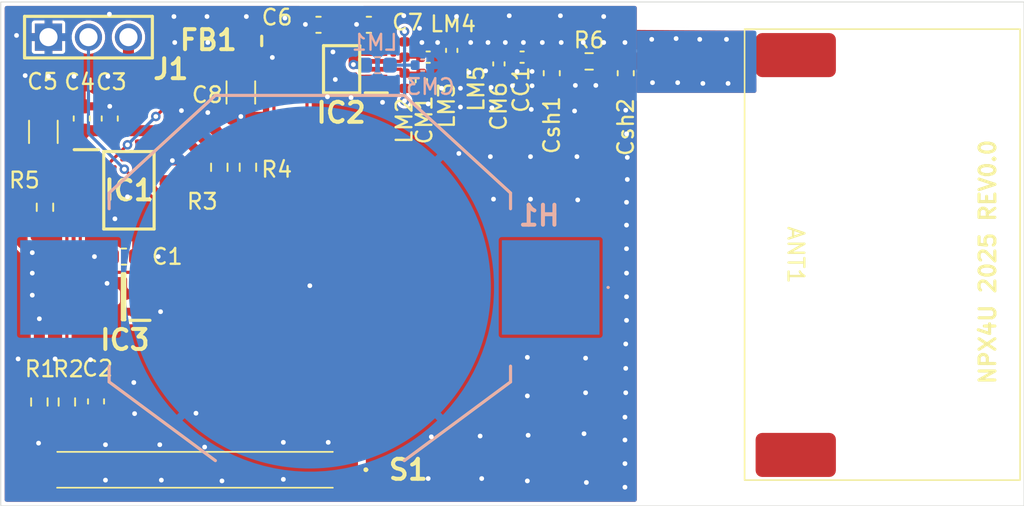
<source format=kicad_pcb>
(kicad_pcb (version 20241229) (generator "pcbnew") (generator_version "9.0")
  (title_block (title "Wireless Sensor") (date "2025-09-25") (rev "REV0.0") (company "NPX4U"))
  (layers (0 "F.Cu" signal) (2 "B.Cu" signal) (13 "F.Paste" user) (15 "B.Paste" user) (5 "F.SilkS" user "F.Silkscreen") (7 "B.SilkS" user "B.Silkscreen") (1 "F.Mask" user) (3 "B.Mask" user) (25 "Edge.Cuts" user))
  (net 0 "")
  (net 1 "GND")
  (net 2 "3.0V")
  (net 3 "UPDI")
  (net 4 "WND")
  (net 5 "SDA")
  (net 6 "SDN")
  (net 7 "LOW_BAT")
  (net 8 "SCL")
  (net 9 "TXP")
  (net 12 "TXM")
  (net 14 "Net-(R1-Pad1)")
  (net 16 "Net-(CC1-Pad1)")
  (net 17 "Net-(CC1-Pad2)")
  (net 18 "Net-(CM2-Pad1)")
  (net 19 "Net-(CM3-Pad1)")
  (net 20 "RF_VDD")
  (net 21 "Net-(ANT1-Pad1)")
  (net 22 "unconnected-(H1-+_1-Pad1)")
  (footprint "Capacitor_SMD:C_0402_1005Metric" (layer "F.Cu") (at 210.8164 130.6296 180)
    (property "Reference" "CC1" (at 0.0688 -2.06 270) (layer "F.SilkS"))
    (property "Value" "68pF" (hide yes))
    (pad "1" smd roundrect (at -0.48 0 180) (size 0.56 0.62) (layers "F.Cu" "F.Mask" "F.Paste") (net 16 "Net-(CC1-Pad1)"))
    (pad "2" smd roundrect (at 0.48 0 180) (size 0.56 0.62) (layers "F.Cu" "F.Mask" "F.Paste") (net 17 "Net-(CC1-Pad2)"))
  )
  (footprint "Capacitor_SMD:C_0603_1608Metric" (layer "F.Cu") (at 183.75 152.5 -90)
    (property "Reference" "C2" (at -2.1 -0.1 0) (layer "F.SilkS"))
    (property "Value" "100nF" (hide yes))
    (pad "1" smd roundrect (at -0.775 0 270) (size 0.9 0.95) (layers "F.Cu" "F.Mask" "F.Paste") (net 4 "WND"))
    (pad "2" smd roundrect (at 0.775 0 270) (size 0.9 0.95) (layers "F.Cu" "F.Mask" "F.Paste") (net 1 "GND"))
  )
  (footprint "MyParts:MASM14R810" (layer "F.Cu") (at 190.0402 156.8424 180)
    (property "Reference" "S1" (at -13.5494 0 0) (layer "F.SilkS") (effects (font (size 1.27 1.27) (thickness 0.254))))
    (property "Value" "MASM-14R-8-10" (hide yes))
    (pad "1" smd rect (at -8.825 0 270) (size 1.65 3.05) (layers "F.Cu" "F.Mask" "F.Paste") (net 1 "GND"))
    (pad "2" smd rect (at 8.825 0 270) (size 1.65 3.05) (layers "F.Cu" "F.Mask" "F.Paste") (net 14 "Net-(R1-Pad1)"))
  )
  (footprint "Capacitor_SMD:C_0603_1608Metric" (layer "F.Cu") (at 182.8436 134.5288 90)
    (property "Reference" "C4" (at 2.3244 -0.1328 180) (layer "F.SilkS"))
    (property "Value" "100nF" (hide yes))
    (pad "1" smd roundrect (at -0.775 0 90) (size 0.9 0.95) (layers "F.Cu" "F.Mask" "F.Paste") (net 2 "3.0V"))
    (pad "2" smd roundrect (at 0.775 0 90) (size 0.9 0.95) (layers "F.Cu" "F.Mask" "F.Paste") (net 1 "GND"))
  )
  (footprint "Inductor_SMD:L_0402_1005Metric" (layer "F.Cu") (at 203.3488 130.1446 -90)
    (property "Reference" "LM4" (at -1.6206 -3.0808 0) (layer "F.SilkS"))
    (property "Value" "3.6nH" (hide yes))
    (pad "1" smd roundrect (at -0.485 0 270) (size 0.59 0.64) (layers "F.Cu" "F.Mask" "F.Paste") (net 19 "Net-(CM3-Pad1)"))
    (pad "2" smd roundrect (at 0.485 0 270) (size 0.59 0.64) (layers "F.Cu" "F.Mask" "F.Paste") (net 9 "TXP"))
  )
  (footprint "Resistor_SMD:R_0603_1608Metric" (layer "F.Cu") (at 180.15 152.5366 90)
    (property "Reference" "R1" (at 2.095 0.05 180) (layer "F.SilkS"))
    (property "Value" "1M" (hide yes))
    (pad "1" smd roundrect (at -0.825 0 90) (size 0.8 0.95) (layers "F.Cu" "F.Mask" "F.Paste") (net 14 "Net-(R1-Pad1)"))
    (pad "2" smd roundrect (at 0.825 0 90) (size 0.8 0.95) (layers "F.Cu" "F.Mask" "F.Paste") (net 2 "3.0V"))
  )
  (footprint "Resistor_SMD:R_0603_1608Metric" (layer "F.Cu") (at 181.898 152.5366 -90)
    (property "Reference" "R2" (at -2.095 -0.1016 180) (layer "F.SilkS"))
    (property "Value" "100K" (hide yes))
    (pad "1" smd roundrect (at -0.825 0 270) (size 0.8 0.95) (layers "F.Cu" "F.Mask" "F.Paste") (net 4 "WND"))
    (pad "2" smd roundrect (at 0.825 0 270) (size 0.8 0.95) (layers "F.Cu" "F.Mask" "F.Paste") (net 14 "Net-(R1-Pad1)"))
  )
  (footprint "MyParts:BLM18SP221SN1B" (layer "F.Cu") (at 194.275 129.6 180)
    (property "Reference" "FB1" (at 3.389 0.0508 0) (layer "F.SilkS") (effects (font (size 1.27 1.27) (thickness 0.254))))
    (property "Value" "BLM18KG601SN1D" (hide yes))
    (pad "1" smd rect (at -0.675 0 180) (size 0.65 0.7) (layers "F.Cu" "F.Mask" "F.Paste") (net 20 "RF_VDD"))
    (pad "2" smd rect (at 0.675 0 180) (size 0.65 0.7) (layers "F.Cu" "F.Mask" "F.Paste") (net 2 "3.0V"))
  )
  (footprint "Inductor_SMD:L_0402_1005Metric" (layer "F.Cu") (at 205.9118 131.6964)
    (property "Reference" "LM3" (at 0.1114 2.0092 270) (layer "F.SilkS"))
    (property "Value" "30nH" (hide yes))
    (pad "1" smd roundrect (at -0.485 0) (size 0.59 0.64) (layers "F.Cu" "F.Mask" "F.Paste") (net 12 "TXM"))
    (pad "2" smd roundrect (at 0.485 0) (size 0.59 0.64) (layers "F.Cu" "F.Mask" "F.Paste") (net 18 "Net-(CM2-Pad1)"))
  )
  (footprint "MyParts:SOT95P237X112-3N" (layer "F.Cu") (at 185.5 145.85 180)
    (property "Reference" "IC3" (at -0.08 -2.744 0) (layer "F.SilkS") (effects (font (size 1.27 1.27) (thickness 0.254))))
    (property "Value" "TPS3839L30DBZR" (hide yes))
    (pad "1" smd rect (at -1.05 -0.95 270) (size 0.6 1.25) (layers "F.Cu" "F.Mask" "F.Paste") (net 1 "GND"))
    (pad "2" smd rect (at -1.05 0.95 270) (size 0.6 1.25) (layers "F.Cu" "F.Mask" "F.Paste") (net 7 "LOW_BAT"))
    (pad "3" smd rect (at 1.05 0 270) (size 0.6 1.25) (layers "F.Cu" "F.Mask" "F.Paste") (net 2 "3.0V"))
  )
  (footprint "Resistor_SMD:R_0603_1608Metric" (layer "F.Cu") (at 191.5812 137.6268 -90)
    (property "Reference" "R3" (at 2.1732 1.0812 180) (layer "F.SilkS"))
    (property "Value" "10K" (hide yes))
    (pad "1" smd roundrect (at -0.825 0 270) (size 0.8 0.95) (layers "F.Cu" "F.Mask" "F.Paste") (net 2 "3.0V"))
    (pad "2" smd roundrect (at 0.825 0 270) (size 0.8 0.95) (layers "F.Cu" "F.Mask" "F.Paste") (net 8 "SCL"))
  )
  (footprint "Capacitor_SMD:C_0402_1005Metric" (layer "F.Cu") (at 204.85 130.6296 180)
    (property "Reference" "CM2" (hide yes))
    (property "Value" "1.2pF" (hide yes))
    (pad "1" smd roundrect (at -0.48 0 180) (size 0.56 0.62) (layers "F.Cu" "F.Mask" "F.Paste") (net 18 "Net-(CM2-Pad1)"))
    (pad "2" smd roundrect (at 0.48 0 180) (size 0.56 0.62) (layers "F.Cu" "F.Mask" "F.Paste") (net 9 "TXP"))
  )
  (footprint "Capacitor_SMD:C_0603_1608Metric" (layer "F.Cu") (at 212.7 131.65 -90)
    (property "Reference" "Csh1" (at 3.3 0 270) (layer "F.SilkS"))
    (property "Value" "NC")
    (pad "1" smd roundrect (at -0.775 0 270) (size 0.9 0.95) (layers "F.Cu" "F.Mask" "F.Paste") (net 16 "Net-(CC1-Pad1)"))
    (pad "2" smd roundrect (at 0.775 0 270) (size 0.9 0.95) (layers "F.Cu" "F.Mask" "F.Paste") (net 1 "GND"))
  )
  (footprint "MyParts:SOIC127P600X175-8N" (layer "F.Cu") (at 185.8408 139.0878)
    (property "Reference" "IC1" (at 0 0 0) (layer "F.SilkS") (effects (font (size 1.27 1.27) (thickness 0.254))))
    (property "Value" "ATTINY202-SSN" (hide yes))
    (pad "1" smd rect (at -2.712 -1.905 90) (size 0.65 1.525) (layers "F.Cu" "F.Mask" "F.Paste") (net 2 "3.0V"))
    (pad "2" smd rect (at -2.712 -0.635 90) (size 0.65 1.525) (layers "F.Cu" "F.Mask" "F.Paste") (net 6 "SDN"))
    (pad "3" smd rect (at -2.712 0.635 90) (size 0.65 1.525) (layers "F.Cu" "F.Mask" "F.Paste") (net 4 "WND"))
    (pad "4" smd rect (at -2.712 1.905 90) (size 0.65 1.525) (layers "F.Cu" "F.Mask" "F.Paste") (net 7 "LOW_BAT"))
    (pad "5" smd rect (at 2.712 1.905 90) (size 0.65 1.525) (layers "F.Cu" "F.Mask" "F.Paste") (net 5 "SDA"))
    (pad "6" smd rect (at 2.712 0.635 90) (size 0.65 1.525) (layers "F.Cu" "F.Mask" "F.Paste") (net 3 "UPDI"))
    (pad "7" smd rect (at 2.712 -0.635 90) (size 0.65 1.525) (layers "F.Cu" "F.Mask" "F.Paste") (net 8 "SCL"))
    (pad "8" smd rect (at 2.712 -1.905 90) (size 0.65 1.525) (layers "F.Cu" "F.Mask" "F.Paste") (net 1 "GND"))
  )
  (footprint "Resistor_SMD:R_0603_1608Metric" (layer "F.Cu") (at 180.5068 140.1668 -90)
    (property "Reference" "R5" (at -1.7168 1.3068 180) (layer "F.SilkS"))
    (property "Value" "100K" (hide yes))
    (pad "1" smd roundrect (at -0.825 0 270) (size 0.8 0.95) (layers "F.Cu" "F.Mask" "F.Paste") (net 2 "3.0V"))
    (pad "2" smd roundrect (at 0.825 0 270) (size 0.8 0.95) (layers "F.Cu" "F.Mask" "F.Paste") (net 6 "SDN"))
  )
  (footprint "MyParts:ANT-868-HESM" (layer "F.Cu") (at 228.2 143.2 -90)
    (property "Reference" "ANT1" (at 0 0 270) (layer "F.SilkS"))
    (property "Value" "ANT-868-HESM" (hide yes))
    (pad "1" smd roundrect (at -12.7 0 270) (size 2.8 5.1) (layers "F.Cu" "F.Mask" "F.Paste") (roundrect_rratio 0.15) (net 21 "Net-(ANT1-Pad1)"))
    (pad "2" smd roundrect (at 12.7 0 270) (size 2.8 5.1) (layers "F.Cu" "F.Mask" "F.Paste") (roundrect_rratio 0.15))
  )
  (footprint "Capacitor_SMD:C_0603_1608Metric" (layer "F.Cu") (at 217.4 131.65 -90)
    (property "Reference" "Csh2" (at 3.425 0 90) (layer "F.SilkS"))
    (property "Value" "NC")
    (pad "1" smd roundrect (at -0.775 0 270) (size 0.9 0.95) (layers "F.Cu" "F.Mask" "F.Paste") (net 21 "Net-(ANT1-Pad1)"))
    (pad "2" smd roundrect (at 0.775 0 270) (size 0.9 0.95) (layers "F.Cu" "F.Mask" "F.Paste") (net 1 "GND"))
  )
  (footprint "MyParts:HDRV3W66P0X254_1X3_762X254X855P" (layer "F.Cu") (at 180.7296 129.3596)
    (property "Reference" "J1" (at 7.7724 2.032 0) (layer "F.SilkS") (effects (font (size 1.27 1.27) (thickness 0.254))))
    (property "Value" "M20-9770342" (hide yes))
    (pad "1" thru_hole rect (at 0 0) (size 1.725 1.725) (drill 1.15) (layers "*.Cu" "*.Mask") (net 1 "GND"))
    (pad "2" thru_hole circle (at 2.54 0) (size 1.725 1.725) (drill 1.15) (layers "*.Cu" "*.Mask") (net 3 "UPDI"))
    (pad "3" thru_hole circle (at 5.08 0) (size 1.725 1.725) (drill 1.15) (layers "*.Cu" "*.Mask") (net 2 "3.0V"))
  )
  (footprint "Capacitor_SMD:C_0603_1608Metric" (layer "F.Cu") (at 201.0826 128.5748 180)
    (property "Reference" "C7" (at -2.4514 0.1524 180) (layer "F.SilkS"))
    (property "Value" "100pF" (hide yes))
    (pad "1" smd roundrect (at -0.775 0 180) (size 0.9 0.95) (layers "F.Cu" "F.Mask" "F.Paste") (net 20 "RF_VDD"))
    (pad "2" smd roundrect (at 0.775 0 180) (size 0.9 0.95) (layers "F.Cu" "F.Mask" "F.Paste") (net 1 "GND"))
  )
  (footprint "Inductor_SMD:L_0402_1005Metric" (layer "F.Cu") (at 207.8422 130.6296 180)
    (property "Reference" "LM5" (at -0.0606 -2.0092 270) (layer "F.SilkS"))
    (property "Value" "6.8nH" (hide yes))
    (pad "1" smd roundrect (at -0.485 0 180) (size 0.59 0.64) (layers "F.Cu" "F.Mask" "F.Paste") (net 17 "Net-(CC1-Pad2)"))
    (pad "2" smd roundrect (at 0.485 0 180) (size 0.59 0.64) (layers "F.Cu" "F.Mask" "F.Paste") (net 18 "Net-(CM2-Pad1)"))
  )
  (footprint "Capacitor_SMD:C_1206_3216Metric" (layer "F.Cu") (at 192.95 132.875 -90)
    (property "Reference" "C8" (at 0.1506 2.1336 180) (layer "F.SilkS"))
    (property "Value" "47uF, 6.3V" (hide yes))
    (pad "1" smd roundrect (at -1.475 0 270) (size 1.15 1.8) (layers "F.Cu" "F.Mask" "F.Paste") (roundrect_rratio 0.217391) (net 2 "3.0V"))
    (pad "2" smd roundrect (at 1.475 0 270) (size 1.15 1.8) (layers "F.Cu" "F.Mask" "F.Paste") (roundrect_rratio 0.217391) (net 1 "GND"))
  )
  (footprint "Capacitor_SMD:C_1206_3216Metric" (layer "F.Cu") (at 180.4052 135.3776 90)
    (property "Reference" "C5" (at 3.1986 -0.0508 180) (layer "F.SilkS"))
    (property "Value" "47uF, 6.3V" (hide yes))
    (pad "1" smd roundrect (at -1.475 0 90) (size 1.15 1.8) (layers "F.Cu" "F.Mask" "F.Paste") (roundrect_rratio 0.217391) (net 2 "3.0V"))
    (pad "2" smd roundrect (at 1.475 0 90) (size 1.15 1.8) (layers "F.Cu" "F.Mask" "F.Paste") (roundrect_rratio 0.217391) (net 1 "GND"))
  )
  (footprint "Capacitor_SMD:C_0603_1608Metric" (layer "F.Cu") (at 185.525 143.3)
    (property "Reference" "C1" (at 2.75 0 0) (layer "F.SilkS"))
    (property "Value" "100nF" (hide yes))
    (pad "1" smd roundrect (at -0.775 0) (size 0.9 0.95) (layers "F.Cu" "F.Mask" "F.Paste") (net 2 "3.0V"))
    (pad "2" smd roundrect (at 0.775 0) (size 0.9 0.95) (layers "F.Cu" "F.Mask" "F.Paste") (net 1 "GND"))
  )
  (footprint "Capacitor_SMD:C_0402_1005Metric" (layer "F.Cu") (at 206.346 130.2004 90)
    (property "Reference" "CM5" (hide yes))
    (property "Value" "5.1pF" (hide yes))
    (pad "1" smd roundrect (at -0.48 0 90) (size 0.56 0.62) (layers "F.Cu" "F.Mask" "F.Paste") (net 18 "Net-(CM2-Pad1)"))
    (pad "2" smd roundrect (at 0.48 0 90) (size 0.56 0.62) (layers "F.Cu" "F.Mask" "F.Paste") (net 1 "GND"))
  )
  (footprint "Resistor_SMD:R_0603_1608Metric" (layer "F.Cu") (at 193.4 137.625 -90)
    (property "Reference" "R4" (at 0.1402 -1.8288 0) (layer "F.SilkS"))
    (property "Value" "10K" (hide yes))
    (pad "1" smd roundrect (at -0.825 0 270) (size 0.8 0.95) (layers "F.Cu" "F.Mask" "F.Paste") (net 2 "3.0V"))
    (pad "2" smd roundrect (at 0.825 0 270) (size 0.8 0.95) (layers "F.Cu" "F.Mask" "F.Paste") (net 5 "SDA"))
  )
  (footprint "Capacitor_SMD:C_0603_1608Metric" (layer "F.Cu") (at 184.6216 134.5288 90)
    (property "Reference" "C3" (at 2.3244 0.1016 180) (layer "F.SilkS"))
    (property "Value" "1uF" (hide yes))
    (pad "1" smd roundrect (at -0.775 0 90) (size 0.9 0.95) (layers "F.Cu" "F.Mask" "F.Paste") (net 2 "3.0V"))
    (pad "2" smd roundrect (at 0.775 0 90) (size 0.9 0.95) (layers "F.Cu" "F.Mask" "F.Paste") (net 1 "GND"))
  )
  (footprint "Capacitor_SMD:C_0402_1005Metric" (layer "F.Cu") (at 204.4156 132.1256 -90)
    (property "Reference" "CM1" (at 2.4944 -0.1852 270) (layer "F.SilkS"))
    (property "Value" "2.4pF" (hide yes))
    (pad "1" smd roundrect (at -0.48 0 270) (size 0.56 0.62) (layers "F.Cu" "F.Mask" "F.Paste") (net 12 "TXM"))
    (pad "2" smd roundrect (at 0.48 0 270) (size 0.56 0.62) (layers "F.Cu" "F.Mask" "F.Paste") (net 1 "GND"))
  )
  (footprint "MyParts:SOP50P490X110-10N" (layer "F.Cu") (at 199.3512 131.4004 180)
    (property "Reference" "IC2" (at 0.0336 -2.7624 0) (layer "F.SilkS") (effects (font (size 1.27 1.27) (thickness 0.254))))
    (property "Value" "Si4012-C1001GTR" (hide yes))
    (pad "1" smd rect (at -2.2 -1 270) (size 0.3 1.4) (layers "F.Cu" "F.Mask" "F.Paste"))
    (pad "2" smd rect (at -2.2 -0.5 270) (size 0.3 1.4) (layers "F.Cu" "F.Mask" "F.Paste") (net 1 "GND"))
    (pad "3" smd rect (at -2.2 0 270) (size 0.3 1.4) (layers "F.Cu" "F.Mask" "F.Paste") (net 12 "TXM"))
    (pad "4" smd rect (at -2.2 0.5 270) (size 0.3 1.4) (layers "F.Cu" "F.Mask" "F.Paste") (net 9 "TXP"))
    (pad "5" smd rect (at -2.2 1 270) (size 0.3 1.4) (layers "F.Cu" "F.Mask" "F.Paste") (net 20 "RF_VDD"))
    (pad "6" smd rect (at 2.2 1 270) (size 0.3 1.4) (layers "F.Cu" "F.Mask" "F.Paste"))
    (pad "7" smd rect (at 2.2 0.5 270) (size 0.3 1.4) (layers "F.Cu" "F.Mask" "F.Paste"))
    (pad "8" smd rect (at 2.2 0 270) (size 0.3 1.4) (layers "F.Cu" "F.Mask" "F.Paste") (net 6 "SDN"))
    (pad "9" smd rect (at 2.2 -0.5 270) (size 0.3 1.4) (layers "F.Cu" "F.Mask" "F.Paste") (net 8 "SCL"))
    (pad "10" smd rect (at 2.2 -1 270) (size 0.3 1.4) (layers "F.Cu" "F.Mask" "F.Paste") (net 5 "SDA"))
  )
  (footprint "Capacitor_SMD:C_0603_1608Metric" (layer "F.Cu") (at 197.8822 128.5748 180)
    (property "Reference" "C6" (at 2.6322 0.4748 180) (layer "F.SilkS"))
    (property "Value" "1uF" (hide yes))
    (pad "1" smd roundrect (at -0.775 0 180) (size 0.9 0.95) (layers "F.Cu" "F.Mask" "F.Paste") (net 20 "RF_VDD"))
    (pad "2" smd roundrect (at 0.775 0 180) (size 0.9 0.95) (layers "F.Cu" "F.Mask" "F.Paste") (net 1 "GND"))
  )
  (footprint "Inductor_SMD:L_0402_1005Metric" (layer "F.Cu") (at 203.3488 132.1306 -90)
    (property "Reference" "LM2" (at 2.5402 0.018 270) (layer "F.SilkS"))
    (property "Value" "3.6nH" (hide yes))
    (pad "1" smd roundrect (at -0.485 0 270) (size 0.59 0.64) (layers "F.Cu" "F.Mask" "F.Paste") (net 12 "TXM"))
    (pad "2" smd roundrect (at 0.485 0 270) (size 0.59 0.64) (layers "F.Cu" "F.Mask" "F.Paste") (net 19 "Net-(CM3-Pad1)"))
  )
  (footprint "Resistor_SMD:R_0603_1608Metric" (layer "F.Cu") (at 215.075 130.9 180)
    (property "Reference" "R6" (at 0 1.35 0) (layer "F.SilkS"))
    (property "Value" "0")
    (pad "1" smd roundrect (at -0.825 0 180) (size 0.8 0.95) (layers "F.Cu" "F.Mask" "F.Paste") (net 21 "Net-(ANT1-Pad1)"))
    (pad "2" smd roundrect (at 0.825 0 180) (size 0.8 0.95) (layers "F.Cu" "F.Mask" "F.Paste") (net 16 "Net-(CC1-Pad1)"))
  )
  (footprint "Capacitor_SMD:C_0402_1005Metric" (layer "F.Cu") (at 209.3432 131.0588 -90)
    (property "Reference" "CM6" (at 2.6976 0.018 90) (layer "F.SilkS"))
    (property "Value" "5.1pF" (hide yes))
    (pad "1" smd roundrect (at -0.48 0 270) (size 0.56 0.62) (layers "F.Cu" "F.Mask" "F.Paste") (net 17 "Net-(CC1-Pad2)"))
    (pad "2" smd roundrect (at 0.48 0 270) (size 0.56 0.62) (layers "F.Cu" "F.Mask" "F.Paste") (net 1 "GND"))
  )
  (footprint "Capacitor_SMD:C_0402_1005Metric" (layer "B.Cu") (at 204.5042 131.1376)
    (property "Reference" "CM3" (at 0.4852 1.3716 180) (layer "B.SilkS") (effects (justify mirror)))
    (property "Value" "2.4pF" (hide yes))
    (pad "1" smd roundrect (at -0.48 0) (size 0.56 0.62) (layers "B.Cu" "B.Mask" "B.Paste") (net 19 "Net-(CM3-Pad1)"))
    (pad "2" smd roundrect (at 0.48 0) (size 0.56 0.62) (layers "B.Cu" "B.Mask" "B.Paste") (net 1 "GND"))
  )
  (footprint "MyParts:BATHLD006SMT" (layer "B.Cu") (at 197.332 145.26 180)
    (property "Reference" "H1" (at -14.568 4.56 180) (layer "B.SilkS") (effects (font (size 1.27 1.27) (thickness 0.254)) (justify mirror)))
    (property "Value" "BAT-HLD-006-SMT" (hide yes))
    (pad "1" smd rect (at -15.3 0 90) (size 6 6.2) (layers "B.Cu" "B.Mask" "B.Paste") (net 22 "unconnected-(H1-+_1-Pad1)"))
    (pad "2" smd rect (at 15.3 0 90) (size 6 6.2) (layers "B.Cu" "B.Mask" "B.Paste") (net 2 "3.0V"))
    (pad "3" smd circle (at 0 0 90) (size 23 23) (layers "B.Cu" "B.Mask" "B.Paste") (net 1 "GND"))
  )
  (footprint "Inductor_SMD:L_0603_1608Metric" (layer "B.Cu") (at 201.6339 131.1376)
    (property "Reference" "LM1" (at -0.1839 -1.4376 180) (layer "B.SilkS") (effects (justify mirror)))
    (property "Value" "120nH" (hide yes))
    (pad "1" smd roundrect (at -0.7875 0) (size 0.875 0.95) (layers "B.Cu" "B.Mask" "B.Paste") (net 20 "RF_VDD"))
    (pad "2" smd roundrect (at 0.7875 0) (size 0.875 0.95) (layers "B.Cu" "B.Mask" "B.Paste") (net 19 "Net-(CM3-Pad1)"))
  )
  (gr_rect (start 177.699 127.1264) (end 242.699 159.1264) (stroke (width 0.05)) (fill no) (layer "Edge.Cuts"))
  (gr_text "NPX4U 2025 REV0.0" (at 240.9784 151.5084 90) (layer "F.SilkS") (effects (font (size 1 1) (thickness 0.2) (bold yes)) (justify left bottom)))
  (segment (start 205.2 132.6056) (end 205.7 132.6056) (width 0.2) (layer "F.Cu") (net 1))
  (segment (start 207.3944 132.6056) (end 207.8 132.2) (width 0.2) (layer "F.Cu") (net 1))
  (segment (start 203.598943 134.001) (end 204.4156 133.184343) (width 0.2) (layer "F.Cu") (net 1))
  (segment (start 215.5 132.425) (end 217.4 132.425) (width 0.2) (layer "F.Cu") (net 1))
  (segment (start 206.9 132.6056) (end 207.15 132.6056) (width 0.2) (layer "F.Cu") (net 1))
  (segment (start 188.5528 137.1828) (end 188.5828 137.1828) (width 0.5) (layer "F.Cu") (net 1))
  (segment (start 186.3 143.3) (end 187.7 143.3) (width 0.5) (layer "F.Cu") (net 1))
  (segment (start 186.2 153.275) (end 190.075 153.275) (width 0.5) (layer "F.Cu") (net 1))
  (segment (start 186.55 146.8) (end 187.85 146.8) (width 0.5) (layer "F.Cu") (net 1))
  (segment (start 200.050457 131.9004) (end 200.050457 132.351657) (width 0.2) (layer "F.Cu") (net 1))
  (segment (start 180.7296 129.3596) (end 180.7296 131.85) (width 0.5) (layer "F.Cu") (net 1))
  (segment (start 204.4156 133.184343) (end 204.4156 132.6056) (width 0.2) (layer "F.Cu") (net 1))
  (segment (start 209.3432 131.5388) (end 210.5 131.5388) (width 0.2) (layer "F.Cu") (net 1))
  (segment (start 205.7 132.6056) (end 206.1 132.6056) (width 0.2) (layer "F.Cu") (net 1))
  (segment (start 201.6998 134.001) (end 203.598943 134.001) (width 0.2) (layer "F.Cu") (net 1))
  (segment (start 209.3044 131.5) (end 209.3432 131.5388) (width 0.2) (layer "F.Cu") (net 1))
  (segment (start 211.8138 131.5388) (end 212.7 132.425) (width 0.2) (layer "F.Cu") (net 1))
  (segment (start 208.5 131.5) (end 209.3044 131.5) (width 0.2) (layer "F.Cu") (net 1))
  (segment (start 214.2 132.425) (end 215.5 132.425) (width 0.2) (layer "F.Cu") (net 1))
  (segment (start 188.5828 137.1828) (end 188.6 137.2) (width 0.5) (layer "F.Cu") (net 1))
  (segment (start 182.8436 133.7538) (end 184.6216 133.7538) (width 0.5) (layer "F.Cu") (net 1))
  (segment (start 198.8652 156.8424) (end 198.8652 155.4652) (width 0.5) (layer "F.Cu") (net 1))
  (segment (start 200.3076 128.5748) (end 200.3076 128.5576) (width 0.5) (layer "F.Cu") (net 1))
  (segment (start 207.15 132.6056) (end 207.3944 132.6056) (width 0.2) (layer "F.Cu") (net 1))
  (segment (start 198.85 130.699943) (end 198.85 130.3) (width 0.2) (layer "F.Cu") (net 1))
  (segment (start 205.45 129.7) (end 206.3256 129.7) (width 0.2) (layer "F.Cu") (net 1))
  (segment (start 192.95 134.35) (end 192.95 134.4) (width 0.5) (layer "F.Cu") (net 1))
  (segment (start 207.8 132.2) (end 208.5 131.5) (width 0.2) (layer "F.Cu") (net 1))
  (segment (start 180.7296 133.5782) (end 180.4052 133.9026) (width 0.5) (layer "F.Cu") (net 1))
  (segment (start 200.050457 131.9004) (end 198.85 130.699943) (width 0.2) (layer "F.Cu") (net 1))
  (segment (start 200.050457 132.351657) (end 201.6998 134.001) (width 0.2) (layer "F.Cu") (net 1))
  (segment (start 212.7 132.425) (end 214.2 132.425) (width 0.2) (layer "F.Cu") (net 1))
  (segment (start 210.5 131.5388) (end 211.45 131.5388) (width 0.2) (layer "F.Cu") (net 1))
  (segment (start 182.6948 133.9026) (end 182.8436 133.7538) (width 0.5) (layer "F.Cu") (net 1))
  (segment (start 206.1 132.6056) (end 206.9 132.6056) (width 0.2) (layer "F.Cu") (net 1))
  (segment (start 211.45 131.5388) (end 211.8138 131.5388) (width 0.2) (layer "F.Cu") (net 1))
  (segment (start 204.4156 132.6056) (end 205.2 132.6056) (width 0.2) (layer "F.Cu") (net 1))
  (segment (start 201.5512 131.9004) (end 200.050457 131.9004) (width 0.2) (layer "F.Cu") (net 1))
  (segment (start 184.6216 133.7538) (end 184.8038 133.7538) (width 0.5) (layer "F.Cu") (net 1))
  (segment (start 198.85 130.3) (end 198.8 130.3) (width 0.2) (layer "F.Cu") (net 1))
  (segment (start 183.75 153.275) (end 186.2 153.275) (width 0.5) (layer "F.Cu") (net 1))
  (segment (start 180.7296 131.85) (end 180.7296 133.5782) (width 0.5) (layer "F.Cu") (net 1))
  (segment (start 190.075 153.275) (end 190.1 153.25) (width 0.5) (layer "F.Cu") (net 1))
  (segment (start 198.8652 155.4652) (end 198.5 155.1) (width 0.5) (layer "F.Cu") (net 1))
  (segment (start 206.3256 129.7) (end 206.346 129.7204) (width 0.2) (layer "F.Cu") (net 1))
  (segment (start 180.4052 133.9026) (end 182.6948 133.9026) (width 0.5) (layer "F.Cu") (net 1))
  (segment (start 200.3076 128.5576) (end 200.3 128.55) (width 0.5) (layer "F.Cu") (net 1))
  (via (at 220.7 132.25) (size 0.6) (drill 0.3) (layers "F.Cu" "B.Cu") (net 1))
  (via (at 208.5 131.5) (size 0.6) (drill 0.3) (layers "F.Cu" "B.Cu") (net 1))
  (via (at 186.2 153.275) (size 0.6) (drill 0.3) (layers "F.Cu" "B.Cu") (net 1))
  (via (at 217.35 156.45) (size 0.6) (drill 0.3) (layers "F.Cu" "B.Cu") (net 1))
  (via (at 190.85 129.7) (size 0.6) (drill 0.3) (layers "F.Cu" "B.Cu") (net 1))
  (via (at 217.5 137) (size 0.6) (drill 0.3) (layers "F.Cu" "B.Cu") (net 1))
  (via (at 220.6 129.45) (size 0.6) (drill 0.3) (layers "F.Cu" "B.Cu") (net 1))
  (via (at 217.45 141.3) (size 0.6) (drill 0.3) (layers "F.Cu" "B.Cu") (net 1))
  (via (at 204.85 157.4) (size 0.6) (drill 0.3) (layers "F.Cu" "B.Cu") (net 1))
  (via (at 206.9 132.6056) (size 0.6) (drill 0.3) (layers "F.Cu" "B.Cu") (net 1))
  (via (at 180.7296 131.85) (size 0.6) (drill 0.3) (layers "F.Cu" "B.Cu") (net 1))
  (via (at 184.6216 133.7538) (size 0.6) (drill 0.3) (layers "F.Cu" "B.Cu") (net 1))
  (via (at 186.15 151.3) (size 0.6) (drill 0.3) (layers "F.Cu" "B.Cu") (net 1))
  (via (at 197.05 128.55) (size 0.6) (drill 0.3) (layers "F.Cu" "B.Cu") (net 1))
  (via (at 222.3 132.3) (size 0.6) (drill 0.3) (layers "F.Cu" "B.Cu") (net 1))
  (via (at 178.7 129.25) (size 0.6) (drill 0.3) (layers "F.Cu" "B.Cu") (net 1))
  (via (at 208.85 132.55) (size 0.6) (drill 0.3) (layers "F.Cu" "B.Cu") (net 1))
  (via (at 217.45 147.35) (size 0.6) (drill 0.3) (layers "F.Cu" "B.Cu") (net 1))
  (via (at 214.9 157.65) (size 0.6) (drill 0.3) (layers "F.Cu" "B.Cu") (net 1))
  (via (at 184.35 155.25) (size 0.6) (drill 0.3) (layers "F.Cu" "B.Cu") (net 1))
  (via (at 216 128.05) (size 0.6) (drill 0.3) (layers "F.Cu" "B.Cu") (net 1))
  (via (at 211.4 133.95) (size 0.6) (drill 0.3) (layers "F.Cu" "B.Cu") (net 1))
  (via (at 211.2 154.65) (size 0.6) (drill 0.3) (layers "F.Cu" "B.Cu") (net 1))
  (via (at 214.3 136.95) (size 0.6) (drill 0.3) (layers "F.Cu" "B.Cu") (net 1))
  (via (at 211.35 136.95) (size 0.6) (drill 0.3) (layers "F.Cu" "B.Cu") (net 1))
  (via (at 207.55 129.7) (size 0.6) (drill 0.3) (layers "F.Cu" "B.Cu") (net 1))
  (via (at 210.5 131.5388) (size 0.6) (drill 0.3) (layers "F.Cu" "B.Cu") (net 1))
  (via (at 212.1 129.7) (size 0.6) (drill 0.3) (layers "F.Cu" "B.Cu") (net 1))
  (via (at 211.35 139.65) (size 0.6) (drill 0.3) (layers "F.Cu" "B.Cu") (net 1))
  (via (at 192.95 134.4) (size 0.6) (drill 0.3) (layers "F.Cu" "B.Cu") (net 1))
  (via (at 191.75 157.55) (size 0.6) (drill 0.3) (layers "F.Cu" "B.Cu") (net 1))
  (via (at 214.75 154.55) (size 0.6) (drill 0.3) (layers "F.Cu" "B.Cu") (net 1))
  (via (at 185.75 139.5) (size 0.6) (drill 0.3) (layers "F.Cu" "B.Cu") (net 1))
  (via (at 217.45 144.35) (size 0.6) (drill 0.3) (layers "F.Cu" "B.Cu") (net 1))
  (via (at 198.5 155.1) (size 0.6) (drill 0.3) (layers "F.Cu" "B.Cu") (net 1))
  (via (at 200.3 128.55) (size 0.6) (drill 0.3) (layers "F.Cu" "B.Cu") (net 1))
  (via (at 183.4 149.85) (size 0.6) (drill 0.3) (layers "F.Cu" "B.Cu") (net 1))
  (via (at 222.1 129.5) (size 0.6) (drill 0.3) (layers "F.Cu" "B.Cu") (net 1))
  (via (at 195.75 128.15) (size 0.6) (drill 0.3) (layers "F.Cu" "B.Cu") (net 1))
  (via (at 204.3 128.8) (size 0.6) (drill 0.3) (layers "F.Cu" "B.Cu") (net 1))
  (via (at 211.15 157.55) (size 0.6) (drill 0.3) (layers "F.Cu" "B.Cu") (net 1))
  (via (at 207.45 131.6) (size 0.6) (drill 0.3) (layers "F.Cu" "B.Cu") (net 1))
  (via (at 217.4 148.85) (size 0.6) (drill 0.3) (layers "F.Cu" "B.Cu") (net 1))
  (via (at 214.2 132.425) (size 0.6) (drill 0.3) (layers "F.Cu" "B.Cu") (net 1))
  (via (at 214.85 149.75) (size 0.6) (drill 0.3) (layers "F.Cu" "B.Cu") (net 1))
  (via (at 205.45 129.7) (size 0.6) (drill 0.3) (layers "F.Cu" "B.Cu") (net 1))
  (via (at 201.95 133.5) (size 0.6) (drill 0.3) (layers "F.Cu" "B.Cu") (net 1))
  (via (at 210.9 129.7) (size 0.6) (drill 0.3) (layers "F.Cu" "B.Cu") (net 1))
  (via (at 211.15 152.15) (size 0.6) (drill 0.3) (layers "F.Cu" "B.Cu") (net 1))
  (via (at 206.9 133.8) (size 0.6) (drill 0.3) (layers "F.Cu" "B.Cu") (net 1))
  (via (at 217.35 157.95) (size 0.6) (drill 0.3) (layers "F.Cu" "B.Cu") (net 1))
  (via (at 188.7 128.05) (size 0.6) (drill 0.3) (layers "F.Cu" "B.Cu") (net 1))
  (via (at 184.5 131.85) (size 0.6) (drill 0.3) (layers "F.Cu" "B.Cu") (net 1))
  (via (at 214.85 151.95) (size 0.6) (drill 0.3) (layers "F.Cu" "B.Cu") (net 1))
  (via (at 184.95 140.9) (size 0.6) (drill 0.3) (layers "F.Cu" "B.Cu") (net 1))
  (via (at 199.95 133.2) (size 0.6) (drill 0.3) (layers "F.Cu" "B.Cu") (net 1))
  (via (at 184.35 157.5) (size 0.6) (drill 0.3) (layers "F.Cu" "B.Cu") (net 1))
  (via (at 217.5 138.4) (size 0.6) (drill 0.3) (layers "F.Cu" "B.Cu") (net 1))
  (via (at 217.35 153.5) (size 0.6) (drill 0.3) (layers "F.Cu" "B.Cu") (net 1))
  (via (at 213.25 128) (size 0.6) (drill 0.3) (layers "F.Cu" "B.Cu") (net 1))
  (via (at 195.65 155.1) (size 0.6) (drill 0.3) (layers "F.Cu" "B.Cu") (net 1))
  (via (at 187.8 155.25) (size 0.6) (drill 0.3) (layers "F.Cu" "B.Cu") (net 1))
  (via (at 208.8 136.95) (size 0.6) (drill 0.3) (layers "F.Cu" "B.Cu") (net 1))
  (via (at 223.9 132.3) (size 0.6) (drill 0.3) (layers "F.Cu" "B.Cu") (net 1))
  (via (at 217.45 145.85) (size 0.6) (drill 0.3) (layers "F.Cu" "B.Cu") (net 1))
  (via (at 208.25 157.4) (size 0.6) (drill 0.3) (layers "F.Cu" "B.Cu") (net 1))
  (via (at 179.25 131.8) (size 0.6) (drill 0.3) (layers "F.Cu" "B.Cu") (net 1))
  (via (at 217.4 150.4) (size 0.6) (drill 0.3) (layers "F.Cu" "B.Cu") (net 1))
  (via (at 217.45 135.5) (size 0.6) (drill 0.3) (layers "F.Cu" "B.Cu") (net 1))
  (via (at 214.35 139.7) (size 0.6) (drill 0.3) (layers "F.Cu" "B.Cu") (net 1))
  (via (at 205.05 154.75) (size 0.6) (drill 0.3) (layers "F.Cu" "B.Cu") (net 1))
  (via (at 208.65 129.7) (size 0.6) (drill 0.3) (layers "F.Cu" "B.Cu") (net 1))
  (via (at 211.45 131.5388) (size 0.6) (drill 0.3) (layers "F.Cu" "B.Cu") (net 1))
  (via (at 209 139.65) (size 0.6) (drill 0.3) (layers "F.Cu" "B.Cu") (net 1))
  (via (at 211.45 132.45) (size 0.6) (drill 0.3) (layers "F.Cu" "B.Cu") (net 1))
  (via (at 188.6 137.2) (size 0.6) (drill 0.3) (layers "F.Cu" "B.Cu") (net 1))
  (via (at 204.45 129.7) (size 0.6) (drill 0.3) (layers "F.Cu" "B.Cu") (net 1))
  (via (at 187.7 143.3) (size 0.6) (drill 0.3) (layers "F.Cu" "B.Cu") (net 1))
  (via (at 190.65 155.4) (size 0.6) (drill 0.3) (layers "F.Cu" "B.Cu") (net 1))
  (via (at 219.1 132.25) (size 0.6) (drill 0.3) (layers "F.Cu" "B.Cu") (net 1))
  (via (at 203.3 128) (size 0.6) (drill 0.3) (layers "F.Cu" "B.Cu") (net 1))
  (via (at 208.9 133.85) (size 0.6) (drill 0.3) (layers "F.Cu" "B.Cu") (net 1))
  (via (at 187.85 146.8) (size 0.6) (drill 0.3) (layers "F.Cu" "B.Cu") (net 1))
  (via (at 206.8 136.75) (size 0.6) (drill 0.3) (layers "F.Cu" "B.Cu") (net 1))
  (via (at 195.65 157.45) (size 0.6) (drill 0.3) (layers "F.Cu" "B.Cu") (net 1))
  (via (at 197.332 145.15) (size 0.6) (drill 0.3) (layers "F.Cu" "B.Cu") (net 1))
  (via (at 217.35 154.95) (size 0.6) (drill 0.3) (layers "F.Cu" "B.Cu") (net 1))
  (via (at 217.45 139.85) (size 0.6) (drill 0.3) (layers "F.Cu" "B.Cu") (net 1))
  (via (at 210 128) (size 0.6) (drill 0.3) (layers "F.Cu" "B.Cu") (net 1))
  (via (at 180.1 155.15) (size 0.6) (drill 0.3) (layers "F.Cu" "B.Cu") (net 1))
  (via (at 184.6 127.9) (size 0.6) (drill 0.3) (layers "F.Cu" "B.Cu") (net 1))
  (via (at 209.75 129.7) (size 0.6) (drill 0.3) (layers "F.Cu" "B.Cu") (net 1))
  (via (at 214.7 129.7) (size 0.6) (drill 0.3) (layers "F.Cu" "B.Cu") (net 1))
  (via (at 190.1 153.25) (size 0.6) (drill 0.3) (layers "F.Cu" "B.Cu") (net 1))
  (via (at 215.5 132.425) (size 0.6) (drill 0.3) (layers "F.Cu" "B.Cu") (net 1))
  (via (at 181.15 149.8) (size 0.6) (drill 0.3) (layers "F.Cu" "B.Cu") (net 1))
  (via (at 217.4 134) (size 0.6) (drill 0.3) (layers "F.Cu" "B.Cu") (net 1))
  (via (at 190.85 134.15) (size 0.6) (drill 0.3) (layers "F.Cu" "B.Cu") (net 1))
  (via (at 189.175 134.025) (size 0.6) (drill 0.3) (layers "F.Cu" "B.Cu") (net 1))
  (via (at 178.8 149.8) (size 0.6) (drill 0.3) (layers "F.Cu" "B.Cu") (net 1))
  (via (at 208.15 154.7) (size 0.6) (drill 0.3) (layers "F.Cu" "B.Cu") (net 1))
  (via (at 182.35 131.85) (size 0.6) (drill 0.3) (layers "F.Cu" "B.Cu") (net 1))
  (via (at 204.85 133.6) (size 0.6) (drill 0.3) (layers "F.Cu" "B.Cu") (net 1))
  (via (at 211.15 149.7) (size 0.6) (drill 0.3) (layers "F.Cu" "B.Cu") (net 1))
  (via (at 216 129.7) (size 0.6) (drill 0.3) (layers "F.Cu" "B.Cu") (net 1))
  (via (at 188.75 129.7) (size 0.6) (drill 0.3) (layers "F.Cu" "B.Cu") (net 1))
  (via (at 193.3 128.05) (size 0.6) (drill 0.3) (layers "F.Cu" "B.Cu") (net 1))
  (via (at 198.95 132.05) (size 0.6) (drill 0.3) (layers "F.Cu" "B.Cu") (net 1))
  (via (at 217.35 129.7) (size 0.6) (drill 0.3) (layers "F.Cu" "B.Cu") (net 1))
  (via (at 198.45 133.15) (size 0.6) (drill 0.3) (layers "F.Cu" "B.Cu") (net 1))
  (via (at 213.3 129.7) (size 0.6) (drill 0.3) (layers "F.Cu" "B.Cu") (net 1))
  (via (at 219.05 129.5) (size 0.6) (drill 0.3) (layers "F.Cu" "B.Cu") (net 1))
  (via (at 214.15 134.05) (size 0.6) (drill 0.3) (layers "F.Cu" "B.Cu") (net 1))
  (via (at 194.95 130.65) (size 0.6) (drill 0.3) (layers "F.Cu" "B.Cu") (net 1))
  (via (at 210.2 132.45) (size 0.6) (drill 0.3) (layers "F.Cu" "B.Cu") (net 1))
  (via (at 205.7 132.6056) (size 0.6) (drill 0.3) (layers "F.Cu" "B.Cu") (net 1))
  (via (at 198.8 130.3) (size 0.6) (drill 0.3) (layers "F.Cu" "B.Cu") (net 1))
  (via (at 217.45 142.8) (size 0.6) (drill 0.3) (layers "F.Cu" "B.Cu") (net 1))
  (via (at 223.8 129.5) (size 0.6) (drill 0.3) (layers "F.Cu" "B.Cu") (net 1))
  (via (at 187.9 157.5) (size 0.6) (drill 0.3) (layers "F.Cu" "B.Cu") (net 1))
  (via (at 206.65 128.05) (size 0.6) (drill 0.3) (layers "F.Cu" "B.Cu") (net 1))
  (via (at 217.4 151.95) (size 0.6) (drill 0.3) (layers "F.Cu" "B.Cu") (net 1))
  (via (at 190.8 128.05) (size 0.6) (drill 0.3) (layers "F.Cu" "B.Cu") (net 1))
  (segment (start 188.05 132.9) (end 189.175 134.025) (width 0.5) (layer "B.Cu") (net 1))
  (segment (start 192.95 134.4) (end 192.95 132.65) (width 0.5) (layer "B.Cu") (net 1))
  (segment (start 200.3 128.55) (end 197.05 128.55) (width 0.5) (layer "B.Cu") (net 1))
  (segment (start 192.95 140.878) (end 197.332 145.26) (width 0.5) (layer "B.Cu") (net 1))
  (segment (start 197.332 145.15) (end 197.332 145.26) (width 0.5) (layer "B.Cu") (net 1))
  (segment (start 185.4754 132.9) (end 188.05 132.9) (width 0.5) (layer "B.Cu") (net 1))
  (segment (start 192.95 134.4) (end 192.95 140.878) (width 0.5) (layer "B.Cu") (net 1))
  (segment (start 189.175 134.025) (end 197.332 142.182) (width 0.5) (layer "B.Cu") (net 1))
  (segment (start 189.272 137.2) (end 197.332 145.26) (width 0.5) (layer "B.Cu") (net 1))
  (segment (start 206.7 129.7) (end 208.5 131.5) (width 0.2) (layer "B.Cu") (net 1))
  (segment (start 189.792 152.8) (end 189.65 152.8) (width 0.5) (layer "B.Cu") (net 1))
  (segment (start 198.8 130.3) (end 200.3 128.8) (width 0.2) (layer "B.Cu") (net 1))
  (segment (start 192.95 132.65) (end 194.95 130.65) (width 0.5) (layer "B.Cu") (net 1))
  (segment (start 204.9842 130.1658) (end 205.45 129.7) (width 0.2) (layer "B.Cu") (net 1))
  (segment (start 198.5 155.1) (end 195.65 155.1) (width 0.5) (layer "B.Cu") (net 1))
  (segment (start 191.95 155.1) (end 190.1 153.25) (width 0.5) (layer "B.Cu") (net 1))
  (segment (start 184.6216 133.7538) (end 185.4754 132.9) (width 0.5) (layer "B.Cu") (net 1))
  (segment (start 197.332 142.182) (end 197.332 145.15) (width 0.5) (layer "B.Cu") (net 1))
  (segment (start 205.45 129.7) (end 206.7 129.7) (width 0.2) (layer "B.Cu") (net 1))
  (segment (start 195.65 155.1) (end 191.95 155.1) (width 0.5) (layer "B.Cu") (net 1))
  (segment (start 204.9842 131.1376) (end 204.9842 130.1658) (width 0.2) (layer "B.Cu") (net 1))
  (segment (start 194.95 130.65) (end 197.05 128.55) (width 0.5) (layer "B.Cu") (net 1))
  (segment (start 188.6 137.2) (end 189.272 137.2) (width 0.5) (layer "B.Cu") (net 1))
  (segment (start 200.3 128.8) (end 200.3 128.55) (width 0.2) (layer "B.Cu") (net 1))
  (segment (start 182.8436 136.8976) (end 183.1288 137.1828) (width 0.5) (layer "F.Cu") (net 2))
  (segment (start 179.7 146.8) (end 180.15 147.25) (width 0.7) (layer "F.Cu") (net 2))
  (segment (start 182.7986 136.8526) (end 183.1288 137.1828) (width 0.5) (layer "F.Cu") (net 2))
  (segment (start 184.75 143.3) (end 183.65 143.3) (width 0.5) (layer "F.Cu") (net 2))
  (segment (start 180.4052 136.8526) (end 180.4052 139.2402) (width 0.7) (layer "F.Cu") (net 2))
  (segment (start 180.1 151.6616) (end 180.15 151.7116) (width 0.5) (layer "F.Cu") (net 2))
  (segment (start 189.2038 131.4) (end 185.6269 134.9769) (width 0.7) (layer "F.Cu") (net 2))
  (segment (start 179.7 143.05) (end 179.7 144.35) (width 0.7) (layer "F.Cu") (net 2))
  (segment (start 182.8436 135.3038) (end 182.8436 136.8976) (width 0.7) (layer "F.Cu") (net 2))
  (segment (start 185.8096 129.3596) (end 185.8096 134.7942) (width 0.7) (layer "F.Cu") (net 2))
  (segment (start 193.3982 136.8018) (end 193.4 136.8) (width 0.5) (layer "F.Cu") (net 2))
  (segment (start 180.4052 136.8526) (end 182.7986 136.8526) (width 0.7) (layer "F.Cu") (net 2))
  (segment (start 179.7 145.75) (end 179.7 146.8) (width 0.7) (layer "F.Cu") (net 2))
  (segment (start 184.45 145.85) (end 184.45 145) (width 0.5) (layer "F.Cu") (net 2))
  (segment (start 191.5812 136.8018) (end 190.0832 135.3038) (width 0.7) (layer "F.Cu") (net 2))
  (segment (start 192.95 131.4) (end 189.2038 131.4) (width 0.7) (layer "F.Cu") (net 2))
  (segment (start 185.8096 134.7942) (end 185.6269 134.9769) (width 0.5) (layer "F.Cu") (net 2))
  (segment (start 180.4052 139.2402) (end 180.5068 139.3418) (width 0.5) (layer "F.Cu") (net 2))
  (segment (start 182.8436 135.3038) (end 184.6216 135.3038) (width 0.7) (layer "F.Cu") (net 2))
  (segment (start 184.6216 135.3038) (end 185.3 135.3038) (width 0.5) (layer "F.Cu") (net 2))
  (segment (start 179.7 144.35) (end 179.7 145.75) (width 0.7) (layer "F.Cu") (net 2))
  (segment (start 179.05 139.95) (end 179.05 142.4) (width 0.7) (layer "F.Cu") (net 2))
  (segment (start 192.95 130.25) (end 193.6 129.6) (width 0.7) (layer "F.Cu") (net 2))
  (segment (start 192.95 131.4) (end 192.95 130.25) (width 0.7) (layer "F.Cu") (net 2))
  (segment (start 191.5812 136.8018) (end 193.3982 136.8018) (width 0.7) (layer "F.Cu") (net 2))
  (segment (start 179.6582 139.3418) (end 179.05 139.95) (width 0.7) (layer "F.Cu") (net 2))
  (segment (start 185.6269 134.9769) (end 185.3 135.3038) (width 0.7) (layer "F.Cu") (net 2))
  (segment (start 190.0832 135.3038) (end 184.6216 135.3038) (width 0.7) (layer "F.Cu") (net 2))
  (segment (start 180.15 151.7116) (end 180.15 147.25) (width 0.7) (layer "F.Cu") (net 2))
  (segment (start 180.5068 139.3418) (end 179.6582 139.3418) (width 0.7) (layer "F.Cu") (net 2))
  (segment (start 179.05 142.4) (end 179.7 143.05) (width 0.7) (layer "F.Cu") (net 2))
  (via (at 183.65 143.3) (size 0.6) (drill 0.3) (layers "F.Cu" "B.Cu") (net 2))
  (via (at 179.7 144.35) (size 0.6) (drill 0.3) (layers "F.Cu" "B.Cu") (net 2))
  (via (at 184.45 145) (size 0.6) (drill 0.3) (layers "F.Cu" "B.Cu") (net 2))
  (via (at 179.7 143.05) (size 0.6) (drill 0.3) (layers "F.Cu" "B.Cu") (net 2))
  (via (at 179.7 145.75) (size 0.6) (drill 0.3) (layers "F.Cu" "B.Cu") (net 2))
  (via (at 180.15 147.25) (size 0.6) (drill 0.3) (layers "F.Cu" "B.Cu") (net 2))
  (segment (start 187.5228 139.7228) (end 185.55 137.75) (width 0.2) (layer "F.Cu") (net 3))
  (segment (start 188.5528 139.7228) (end 187.5228 139.7228) (width 0.2) (layer "F.Cu") (net 3))
  (via (at 185.55 137.75) (size 0.6) (drill 0.3) (layers "F.Cu" "B.Cu") (net 3))
  (segment (start 183.2696 135.4696) (end 183.2696 129.3596) (width 0.2) (layer "B.Cu") (net 3))
  (segment (start 185.55 137.75) (end 183.2696 135.4696) (width 0.2) (layer "B.Cu") (net 3))
  (segment (start 183.1288 139.7228) (end 183.5483 139.7228) (width 0.2) (layer "F.Cu") (net 4))
  (segment (start 181.898 151.7116) (end 181.898 140.5161) (width 0.2) (layer "F.Cu") (net 4))
  (segment (start 181.898 151.7116) (end 183.7366 151.7116) (width 0.2) (layer "F.Cu") (net 4))
  (segment (start 182.6913 139.7228) (end 183.1288 139.7228) (width 0.2) (layer "F.Cu") (net 4))
  (segment (start 183.7366 151.7116) (end 183.75 151.725) (width 0.2) (layer "F.Cu") (net 4))
  (segment (start 181.898 140.5161) (end 182.6913 139.7228) (width 0.2) (layer "F.Cu") (net 4))
  (segment (start 181.8602 151.7494) (end 181.898 151.7116) (width 0.2) (layer "F.Cu") (net 4))
  (segment (start 193.4 138.45) (end 195.9 138.45) (width 0.2) (layer "F.Cu") (net 5))
  (segment (start 195.9 138.45) (end 197.1512 137.1988) (width 0.2) (layer "F.Cu") (net 5))
  (segment (start 188.5528 140.9928) (end 190.8572 140.9928) (width 0.2) (layer "F.Cu") (net 5))
  (segment (start 190.8572 140.9928) (end 193.4 138.45) (width 0.2) (layer "F.Cu") (net 5))
  (segment (start 197.1512 137.1988) (end 197.1512 132.4004) (width 0.2) (layer "F.Cu") (net 5))
  (segment (start 189 132.95) (end 187.55 134.4) (width 0.2) (layer "F.Cu") (net 6))
  (segment (start 180.5068 140.6553) (end 182.7093 138.4528) (width 0.2) (layer "F.Cu") (net 6))
  (segment (start 182.7093 138.4528) (end 183.1288 138.4528) (width 0.2) (layer "F.Cu") (net 6))
  (segment (start 197.1512 131.4004) (end 194.9996 131.4004) (width 0.2) (layer "F.Cu") (net 6))
  (segment (start 185.75 136.2) (end 183.4972 138.4528) (width 0.2) (layer "F.Cu") (net 6))
  (segment (start 183.1288 138.4528) (end 183.5663 138.4528) (width 0.2) (layer "F.Cu") (net 6))
  (segment (start 193.45 132.95) (end 189 132.95) (width 0.2) (layer "F.Cu") (net 6))
  (segment (start 194.9996 131.4004) (end 193.45 132.95) (width 0.2) (layer "F.Cu") (net 6))
  (segment (start 180.5068 140.9918) (end 180.5068 140.6553) (width 0.2) (layer "F.Cu") (net 6))
  (segment (start 183.4972 138.4528) (end 183.1288 138.4528) (width 0.2) (layer "F.Cu") (net 6))
  (via (at 185.75 136.2) (size 0.6) (drill 0.3) (layers "F.Cu" "B.Cu") (net 6))
  (via (at 187.55 134.4) (size 0.6) (drill 0.3) (layers "F.Cu" "B.Cu") (net 6))
  (segment (start 187.55 134.4) (end 185.75 136.2) (width 0.2) (layer "B.Cu") (net 6))
  (segment (start 183.35 144.3) (end 182.75 143.7) (width 0.2) (layer "F.Cu") (net 7))
  (segment (start 183.1278 140.9918) (end 183.1288 140.9928) (width 0.2) (layer "F.Cu") (net 7))
  (segment (start 185.95 144.3) (end 183.35 144.3) (width 0.2) (layer "F.Cu") (net 7))
  (segment (start 182.75 143.7) (end 182.75 141.3716) (width 0.2) (layer "F.Cu") (net 7))
  (segment (start 186.55 144.9) (end 185.95 144.3) (width 0.2) (layer "F.Cu") (net 7))
  (segment (start 182.75 141.3716) (end 183.1288 140.9928) (width 0.2) (layer "F.Cu") (net 7))
  (segment (start 192.45 137.6) (end 194.55 137.6) (width 0.2) (layer "F.Cu") (net 8))
  (segment (start 191.6982 138.4518) (end 191.5812 138.4518) (width 0.2) (layer "F.Cu") (net 8))
  (segment (start 195.05 132.85) (end 195.9996 131.9004) (width 0.2) (layer "F.Cu") (net 8))
  (segment (start 195.9996 131.9004) (end 197.1512 131.9004) (width 0.2) (layer "F.Cu") (net 8))
  (segment (start 191.5812 138.4518) (end 191.6482 138.4518) (width 0.2) (layer "F.Cu") (net 8))
  (segment (start 194.55 137.6) (end 195.05 137.1) (width 0.2) (layer "F.Cu") (net 8))
  (segment (start 195.05 137.1) (end 195.05 132.85) (width 0.2) (layer "F.Cu") (net 8))
  (segment (start 191.5802 138.4528) (end 191.5812 138.4518) (width 0.2) (layer "F.Cu") (net 8))
  (segment (start 191.5812 138.4518) (end 191.5982 138.4518) (width 0.2) (layer "F.Cu") (net 8))
  (segment (start 191.5982 138.4518) (end 192.45 137.6) (width 0.2) (layer "F.Cu") (net 8))
  (segment (start 188.5528 138.4528) (end 191.5802 138.4528) (width 0.2) (layer "F.Cu") (net 8))
  (segment (start 203.3488 130.6296) (end 204.37 130.6296) (width 0.2) (layer "F.Cu") (net 9))
  (segment (start 203.078 130.9004) (end 203.3488 130.6296) (width 0.2) (layer "F.Cu") (net 9))
  (segment (start 201.5512 130.9004) (end 203.078 130.9004) (width 0.2) (layer "F.Cu") (net 9))
  (segment (start 204.4156 131.6456) (end 205.376 131.6456) (width 0.2) (layer "F.Cu") (net 12))
  (segment (start 201.5512 131.4004) (end 203.1036 131.4004) (width 0.2) (layer "F.Cu") (net 12))
  (segment (start 205.376 131.6456) (end 205.4268 131.6964) (width 0.2) (layer "F.Cu") (net 12))
  (segment (start 203.1036 131.4004) (end 203.3488 131.6456) (width 0.2) (layer "F.Cu") (net 12))
  (segment (start 203.3488 131.6456) (end 204.4156 131.6456) (width 0.2) (layer "F.Cu") (net 12))
  (segment (start 180.15 153.3616) (end 181.898 153.3616) (width 0.2) (layer "F.Cu") (net 14))
  (segment (start 181.898 153.3616) (end 181.898 156.1596) (width 0.2) (layer "F.Cu") (net 14))
  (segment (start 181.898 156.1596) (end 181.2152 156.8424) (width 0.2) (layer "F.Cu") (net 14))
  (segment (start 212.7 130.875) (end 214.225 130.875) (width 1.07) (layer "F.Cu") (net 16))
  (segment (start 214.225 130.875) (end 214.25 130.9) (width 0.2) (layer "F.Cu") (net 16))
  (segment (start 212.4546 130.6296) (end 212.7 130.875) (width 0.2) (layer "F.Cu") (net 16))
  (segment (start 211.2964 130.6296) (end 212.4546 130.6296) (width 0.2) (layer "F.Cu") (net 16))
  (segment (start 212.8388 130.6296) (end 212.9012 130.5672) (width 0.2) (layer "F.Cu") (net 16))
  (segment (start 209.3432 130.5788) (end 210.2856 130.5788) (width 0.2) (layer "F.Cu") (net 17))
  (segment (start 208.3272 130.6296) (end 209.2924 130.6296) (width 0.2) (layer "F.Cu") (net 17))
  (segment (start 210.2856 130.5788) (end 210.3364 130.6296) (width 0.2) (layer "F.Cu") (net 17))
  (segment (start 209.2924 130.6296) (end 209.3432 130.5788) (width 0.2) (layer "F.Cu") (net 17))
  (segment (start 205.33 130.6296) (end 206.2952 130.6296) (width 0.2) (layer "F.Cu") (net 18))
  (segment (start 206.2952 130.6296) (end 206.346 130.6804) (width 0.2) (layer "F.Cu") (net 18))
  (segment (start 206.346 130.6804) (end 207.3064 130.6804) (width 0.2) (layer "F.Cu") (net 18))
  (segment (start 206.346 130.6804) (end 206.346 131.6456) (width 0.2) (layer "F.Cu") (net 18))
  (segment (start 206.346 131.6456) (end 206.3968 131.6964) (width 0.2) (layer "F.Cu") (net 18))
  (segment (start 207.3064 130.6804) (end 207.3572 130.6296) (width 0.2) (layer "F.Cu") (net 18))
  (segment (start 203.3488 129.0012) (end 203.35 129) (width 0.2) (layer "F.Cu") (net 19))
  (segment (start 203.3488 129.6596) (end 203.3488 129.0012) (width 0.2) (layer "F.Cu") (net 19))
  (segment (start 203.35 132.6168) (end 203.3488 132.6156) (width 0.2) (layer "F.Cu") (net 19))
  (segment (start 203.35 133.4) (end 203.35 132.6168) (width 0.2) (layer "F.Cu") (net 19))
  (via (at 203.35 129) (size 0.6) (drill 0.3) (layers "F.Cu" "B.Cu") (net 19))
  (via (at 203.35 133.4) (size 0.6) (drill 0.3) (layers "F.Cu" "B.Cu") (net 19))
  (segment (start 203.35 133.4) (end 203.35 129) (width 0.2) (layer "B.Cu") (net 19))
  (segment (start 202.4214 131.1376) (end 204.0242 131.1376) (width 0.2) (layer "B.Cu") (net 19))
  (segment (start 201.8576 128.5748) (end 201.8576 129.993) (width 0.6) (layer "F.Cu") (net 20))
  (segment (start 200.1 131.1) (end 200.1 130.5812) (width 0.6) (layer "F.Cu") (net 20))
  (segment (start 198.6572 128.5748) (end 200.3818 130.2994) (width 0.6) (layer "F.Cu") (net 20))
  (segment (start 194.95 129.6) (end 197.632 129.6) (width 0.6) (layer "F.Cu") (net 20))
  (segment (start 201.8576 129.993) (end 201.5512 130.2994) (width 0.5) (layer "F.Cu") (net 20))
  (segment (start 200.3818 130.2994) (end 201.4502 130.2994) (width 0.5) (layer "F.Cu") (net 20))
  (segment (start 197.632 129.6) (end 198.6572 128.5748) (width 0.6) (layer "F.Cu") (net 20))
  (segment (start 200.1 130.5812) (end 200.3818 130.2994) (width 0.6) (layer "F.Cu") (net 20))
  (via (at 200.1 131.1) (size 0.6) (drill 0.3) (layers "F.Cu" "B.Cu") (net 20))
  (segment (start 200.1376 131.1376) (end 200.1 131.1) (width 0.5) (layer "B.Cu") (net 20))
  (segment (start 200.8464 131.1376) (end 200.1376 131.1376) (width 0.5) (layer "B.Cu") (net 20))
  (segment (start 227.825 130.875) (end 228.2 130.5) (width 0.2) (layer "F.Cu") (net 21))
  (segment (start 217.375 130.9) (end 217.4 130.875) (width 0.2) (layer "F.Cu") (net 21))
  (segment (start 217.4 130.875) (end 227.825 130.875) (width 1.07) (layer "F.Cu") (net 21))
  (segment (start 215.9 130.9) (end 217.375 130.9) (width 1.07) (layer "F.Cu") (net 21))
  (segment (start 227.2512 130.59) (end 227.2624 130.5788) (width 0.2) (layer "F.Cu") (net 21))
  (segment (start 212.632 145.218) (end 212.65 145.2) (width 0.5) (layer "B.Cu") (net 22))
  (segment (start 212.632 145.26) (end 212.632 145.218) (width 0.5) (layer "B.Cu") (net 22))
  (zone (net 1) (net_name "GND") (layer "F.Cu") (priority 3) (connect_pads (clearance 0.2)) (min_thickness 0.25) (fill yes (thermal_gap 0.5) (thermal_bridge_width 0.5))
    (polygon (pts (xy 178.05 127) (xy 218.1 127.05) (xy 218.1 159.1) (xy 177.65 159.1) (xy 177.65 127) (xy 177.85 127)))
  )
  (zone (net 1) (net_name "GND") (layer "F.Cu") (connect_pads (clearance 0.2)) (min_thickness 0.25) (fill yes (thermal_gap 0.2) (thermal_bridge_width 0.5))
    (polygon (pts (xy 217.95 128.9) (xy 225.7 128.95) (xy 225.7 132.9) (xy 217.95 132.9)))
  )
  (zone (net 1) (net_name "GND") (layer "B.Cu") (priority 2) (connect_pads (clearance 0.2)) (min_thickness 0.25) (fill yes (thermal_gap 0.2) (thermal_bridge_width 0.5))
    (polygon (pts (xy 177.7 127.1) (xy 218.1 127.1) (xy 218.1 159.15) (xy 177.65 159.15)))
  )
  (zone (net 1) (net_name "GND") (layer "B.Cu") (priority 1) (connect_pads (clearance 0.2)) (min_thickness 0.25) (fill yes (thermal_gap 0.2) (thermal_bridge_width 0.5))
    (polygon (pts (xy 218.1 128.95) (xy 225.7 128.95) (xy 225.7 132.9) (xy 218.1 132.9)))
  )
)
</source>
